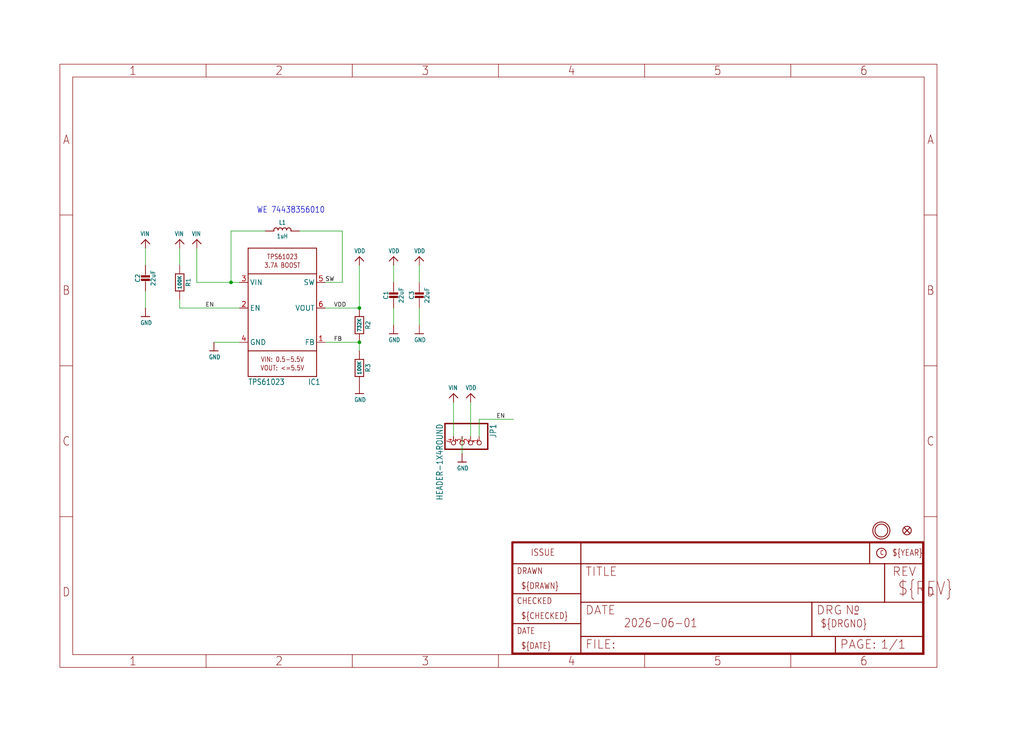
<source format=kicad_sch>
(kicad_sch (version 20250114) (generator "eeschema") (generator_version "9.0")
  (paper "User" 303.962 217.322)
  (lib_symbols
    (symbol "Adafruit TPS61023-eagle-import:CAP_CERAMIC0805-NOOUTLINE"
      (property "Reference" "C" (at -2.29 1.25 90))
      (symbol "CAP_CERAMIC0805-NOOUTLINE_1_0"
        (rectangle (start -1.27 1.524) (end 1.27 2.032) (fill (type outline)))
        (rectangle (start -1.27 0.508) (end 1.27 1.016) (fill (type outline)))
        (polyline (pts (xy 0 2.54) (xy 0 1.778)) (stroke (width 0.1524)))
        (polyline (pts (xy 0 0.762) (xy 0 0)) (stroke (width 0.1524)))
        (pin passive line (at 0 5.08 270) (length 2.54) (name "1") (number "1"))
        (pin passive line (at 0 -2.54 90) (length 2.54) (name "2") (number "2"))
      )
    )
    (symbol "Adafruit TPS61023-eagle-import:FIDUCIAL_1MM"
      (symbol "FIDUCIAL_1MM_1_0"
        (polyline (pts (xy -0.762 0.762) (xy 0.762 -0.762)) (stroke (width 0.254)))
        (circle (center 0 0) (radius 1.27) (stroke (width 0.254)))
        (polyline (pts (xy 0.762 0.762) (xy -0.762 -0.762)) (stroke (width 0.254)))
      )
    )
    (symbol "Adafruit TPS61023-eagle-import:FRAME_A4"
      (symbol "FRAME_A4_1_0"
        (polyline (pts (xy 0 179.07) (xy 260.35 179.07) (xy 260.35 0) (xy 0 0) (xy 0 179.07)))
        (polyline (pts (xy 0 134.3025) (xy 3.81 134.3025)))
        (polyline (pts (xy 0 89.535) (xy 3.81 89.535)))
        (polyline (pts (xy 0 44.7675) (xy 3.81 44.7675)))
        (polyline (pts (xy 3.81 175.26) (xy 3.81 3.81)))
        (polyline (pts (xy 43.3917 179.07) (xy 43.3917 175.26)))
        (polyline (pts (xy 43.3917 3.81) (xy 43.3917 0)))
        (polyline (pts (xy 86.7833 179.07) (xy 86.7833 175.26)))
        (polyline (pts (xy 86.7833 3.81) (xy 86.7833 0)))
        (polyline (pts (xy 130.175 179.07) (xy 130.175 175.26)))
        (polyline (pts (xy 130.175 3.81) (xy 130.175 0)))
        (polyline (pts (xy 173.5667 179.07) (xy 173.5667 175.26)))
        (polyline (pts (xy 173.5667 3.81) (xy 173.5667 0)))
        (polyline (pts (xy 216.9583 179.07) (xy 216.9583 175.26)))
        (polyline (pts (xy 216.9583 3.81) (xy 216.9583 0)))
        (polyline (pts (xy 256.54 175.26) (xy 3.81 175.26)))
        (polyline (pts (xy 256.54 175.26) (xy 256.54 3.81)))
        (polyline (pts (xy 256.54 134.3025) (xy 260.35 134.3025)))
        (polyline (pts (xy 256.54 89.535) (xy 260.35 89.535)))
        (polyline (pts (xy 256.54 44.7675) (xy 260.35 44.7675)))
        (polyline (pts (xy 256.54 19.05) (xy 256.54 36.83)) (stroke (width 0.1016)))
        (polyline (pts (xy 256.54 13.97) (xy 256.54 19.05)) (stroke (width 0.1016)))
        (polyline (pts (xy 256.54 8.89) (xy 256.54 13.97)) (stroke (width 0.1016)))
        (polyline (pts (xy 256.54 3.81) (xy 3.81 3.81)))
        (polyline (pts (xy 256.54 3.81) (xy 256.54 8.89)) (stroke (width 0.1016)))
        (text "A" (at 1.905 156.6863 0) (effects (font (size 2.54 2.286))))
        (text "B" (at 1.905 111.9188 0) (effects (font (size 2.54 2.286))))
        (text "C" (at 1.905 67.1513 0) (effects (font (size 2.54 2.286))))
        (text "D" (at 1.905 22.3838 0) (effects (font (size 2.54 2.286))))
        (text "1" (at 21.6958 177.165 0) (effects (font (size 2.54 2.286))))
        (text "1" (at 21.6958 1.905 0) (effects (font (size 2.54 2.286))))
        (text "2" (at 65.0875 177.165 0) (effects (font (size 2.54 2.286))))
        (text "2" (at 65.0875 1.905 0) (effects (font (size 2.54 2.286))))
        (text "3" (at 108.4792 177.165 0) (effects (font (size 2.54 2.286))))
        (text "3" (at 108.4792 1.905 0) (effects (font (size 2.54 2.286))))
        (text "4" (at 151.8708 177.165 0) (effects (font (size 2.54 2.286))))
        (text "4" (at 151.8708 1.905 0) (effects (font (size 2.54 2.286))))
        (text "5" (at 195.2625 177.165 0) (effects (font (size 2.54 2.286))))
        (text "5" (at 195.2625 1.905 0) (effects (font (size 2.54 2.286))))
        (text "6" (at 238.6542 177.165 0) (effects (font (size 2.54 2.286))))
        (text "6" (at 238.6542 1.905 0) (effects (font (size 2.54 2.286))))
        (text "A" (at 258.445 156.6863 0) (effects (font (size 2.54 2.286))))
        (text "B" (at 258.445 111.9188 0) (effects (font (size 2.54 2.286))))
        (text "C" (at 258.445 67.1513 0) (effects (font (size 2.54 2.286))))
        (text "D" (at 258.445 22.3838 0) (effects (font (size 2.54 2.286))))
      )
      (symbol "FRAME_A4_2_0"
        (polyline (pts (xy -0.3048 34.5948) (xy -0.3048 28.2448)) (stroke (width 0.6096)))
        (polyline (pts (xy -0.3048 28.2448) (xy -0.3048 19.3548)) (stroke (width 0.6096)))
        (polyline (pts (xy -0.3048 28.2448) (xy 20.0152 28.2448)) (stroke (width 0.3048)))
        (polyline (pts (xy -0.3048 19.3548) (xy -0.3048 10.4648)) (stroke (width 0.6096)))
        (polyline (pts (xy -0.3048 19.3548) (xy 20.0152 19.3548)) (stroke (width 0.3048)))
        (polyline (pts (xy -0.3048 10.4648) (xy -0.3048 1.5748)) (stroke (width 0.6096)))
        (polyline (pts (xy -0.3048 10.4648) (xy 20.0152 10.4648)) (stroke (width 0.3048)))
        (polyline (pts (xy -0.3048 1.5748) (xy 20.0152 1.5748)) (stroke (width 0.6096)))
        (polyline (pts (xy 20.0152 34.5948) (xy -0.3048 34.5948)) (stroke (width 0.6096)))
        (polyline (pts (xy 20.0152 28.2448) (xy 20.0152 34.5948)) (stroke (width 0.3048)))
        (polyline (pts (xy 20.0152 28.2448) (xy 105.7402 28.2448)) (stroke (width 0.3048)))
        (polyline (pts (xy 20.0152 19.3548) (xy 20.0152 28.2448)) (stroke (width 0.3048)))
        (polyline (pts (xy 20.0152 16.8148) (xy 20.0152 19.3548)) (stroke (width 0.3048)))
        (polyline (pts (xy 20.0152 10.4648) (xy 20.0152 16.8148)) (stroke (width 0.3048)))
        (polyline (pts (xy 20.0152 6.6548) (xy 20.0152 10.4648)) (stroke (width 0.3048)))
        (polyline (pts (xy 20.0152 6.6548) (xy 88.5952 6.6548)) (stroke (width 0.3048)))
        (polyline (pts (xy 20.0152 1.5748) (xy 20.0152 6.6548)) (stroke (width 0.3048)))
        (polyline (pts (xy 20.0152 1.5748) (xy 95.5802 1.5748)) (stroke (width 0.6096)))
        (polyline (pts (xy 88.5952 16.8148) (xy 20.0152 16.8148)) (stroke (width 0.3048)))
        (polyline (pts (xy 88.5952 16.8148) (xy 88.5952 6.6548)) (stroke (width 0.3048)))
        (polyline (pts (xy 88.5952 6.6548) (xy 95.5802 6.6548)) (stroke (width 0.3048)))
        (polyline (pts (xy 95.5802 6.6548) (xy 95.5802 1.5748)) (stroke (width 0.3048)))
        (polyline (pts (xy 95.5802 6.6548) (xy 121.6152 6.6548)) (stroke (width 0.3048)))
        (polyline (pts (xy 95.5802 1.5748) (xy 121.6152 1.5748)) (stroke (width 0.6096)))
        (polyline (pts (xy 101.2952 13.3223) (xy 102.2477 13.3223)) (stroke (width 0.254)))
        (polyline (pts (xy 105.7402 34.5948) (xy 20.0152 34.5948)) (stroke (width 0.6096)))
        (polyline (pts (xy 105.7402 28.2448) (xy 105.7402 34.5948)) (stroke (width 0.3048)))
        (polyline (pts (xy 105.7402 28.2448) (xy 110.1852 28.2448)) (stroke (width 0.3048)))
        (circle (center 109.2327 31.4198) (radius 1.4199) (stroke (width 0.254)))
        (polyline (pts (xy 110.1852 28.2448) (xy 110.1852 16.8148)) (stroke (width 0.3048)))
        (polyline (pts (xy 110.1852 28.2448) (xy 121.6152 28.2448)) (stroke (width 0.3048)))
        (polyline (pts (xy 110.1852 16.8148) (xy 88.5952 16.8148)) (stroke (width 0.3048)))
        (polyline (pts (xy 121.6152 34.5948) (xy 105.7402 34.5948)) (stroke (width 0.6096)))
        (polyline (pts (xy 121.6152 34.5948) (xy 121.6152 28.2448)) (stroke (width 0.6096)))
        (polyline (pts (xy 121.6152 28.2448) (xy 121.6152 16.8148)) (stroke (width 0.6096)))
        (polyline (pts (xy 121.6152 16.8148) (xy 110.1852 16.8148)) (stroke (width 0.3048)))
        (polyline (pts (xy 121.6152 16.8148) (xy 121.6152 6.6548)) (stroke (width 0.6096)))
        (polyline (pts (xy 121.6152 6.6548) (xy 121.6152 1.5748)) (stroke (width 0.6096)))
        (text "DRAWN" (at 0.9652 25.0698 0) (effects (font (size 1.778 1.5113)) (justify left bottom)))
        (text "CHECKED" (at 0.9652 16.1798 0) (effects (font (size 1.778 1.5113)) (justify left bottom)))
        (text "DATE" (at 0.9652 7.2898 0) (effects (font (size 1.778 1.5113)) (justify left bottom)))
        (text "${DRAWN}" (at 2.2352 20.6248 0) (effects (font (size 1.778 1.5113)) (justify left bottom)))
        (text "${CHECKED}" (at 2.2352 11.7348 0) (effects (font (size 1.778 1.5113)) (justify left bottom)))
        (text "${DATE}" (at 2.2352 2.8448 0) (effects (font (size 1.778 1.5113)) (justify left bottom)))
        (text "ISSUE" (at 5.0927 30.4673 0) (effects (font (size 1.9304 1.6408)) (justify left bottom)))
        (text "TITLE" (at 21.2852 24.4348 0) (effects (font (size 2.54 2.54)) (justify left bottom)))
        (text "DATE" (at 21.2852 13.0048 0) (effects (font (size 2.54 2.54)) (justify left bottom)))
        (text "FILE:" (at 21.2852 2.8448 0) (effects (font (size 2.54 2.54)) (justify left bottom)))
        (text "${COMPANY}" (at 23.349 29.6735 0) (effects (font (size 3.175 2.6987) (thickness 0.5397) (bold yes)) (justify left bottom)))
        (text "${CURRENT_DATE}" (at 32.7152 9.1948 0) (effects (font (size 2.54 2.159)) (justify left bottom)))
        (text "${PROJECTNAME}" (at 33.0327 2.8448 0) (effects (font (size 2.54 2.159)) (justify left bottom)))
        (text "DRG" (at 89.8652 13.0048 0) (effects (font (size 2.54 2.54)) (justify left bottom)))
        (text "${DRGNO}" (at 91.1352 9.1948 0) (effects (font (size 2.1844 1.8567)) (justify left bottom)))
        (text "PAGE:" (at 96.8502 2.8448 0) (effects (font (size 2.54 2.54)) (justify left bottom)))
        (text "N" (at 98.4377 13.0048 0) (effects (font (size 2.54 2.54)) (justify left bottom)))
        (text "o" (at 100.9777 13.9573 0) (effects (font (size 2.1844 1.8567)) (justify left bottom)))
        (text "C" (at 108.7564 30.7848 0) (effects (font (size 1.27 1.0795)) (justify left bottom)))
        (text "${#}/${##}" (at 108.9152 2.8448 0) (effects (font (size 2.54 2.54)) (justify left bottom)))
        (text "${YEAR}" (at 112.4077 30.4673 0) (effects (font (size 1.778 1.5113)) (justify left bottom)))
        (text "REV" (at 112.4077 24.4348 0) (effects (font (size 2.54 2.54)) (justify left bottom)))
        (text "${REV}" (at 113.9952 18.7198 0) (effects (font (size 3.81 3.2385)) (justify left bottom)))
      )
    )
    (symbol "Adafruit TPS61023-eagle-import:GND" (power)
      (symbol "GND_1_0"
        (polyline (pts (xy -1.27 0) (xy 1.27 0)) (stroke (width 0.254)))
        (pin power_in line (at 0 2.54 270) (length 2.54) (name "GND") (number "1"))
      )
    )
    (symbol "Adafruit TPS61023-eagle-import:HEADER-1X4ROUND"
      (property "Reference" "JP" (at -6.35 8.255 0))
      (symbol "HEADER-1X4ROUND_1_0"
        (polyline (pts (xy -6.35 7.62) (xy -6.35 -5.08)) (stroke (width 0.4064)))
        (polyline (pts (xy -6.35 -5.08) (xy 1.27 -5.08)) (stroke (width 0.4064)))
        (polyline (pts (xy 1.27 7.62) (xy -6.35 7.62)) (stroke (width 0.4064)))
        (polyline (pts (xy 1.27 -5.08) (xy 1.27 7.62)) (stroke (width 0.4064)))
        (pin passive inverted (at -2.54 5.08 0) (length 2.54) (name "1") (number "1"))
        (pin passive inverted (at -2.54 2.54 0) (length 2.54) (name "2") (number "2"))
        (pin passive inverted (at -2.54 0 0) (length 2.54) (name "3") (number "3"))
        (pin passive inverted (at -2.54 -2.54 0) (length 2.54) (name "4") (number "4"))
      )
    )
    (symbol "Adafruit TPS61023-eagle-import:INDUCTORTDK_VLC5045"
      (property "Reference" "L" (at 0 2.54 0))
      (symbol "INDUCTORTDK_VLC5045_1_0"
        (polyline (pts (xy -2.54 0.3175) (xy -2.54 0)) (stroke (width 0.254)))
        (arc (start -2.54 0.3175) (mid -1.9049 0.9524) (end -1.27 0.3173) (stroke (width 0.254)))
        (arc (start -1.27 0.3175) (mid -0.6349 0.9524) (end 0 0.3173) (stroke (width 0.254)))
        (arc (start 0 0.3175) (mid 0.6351 0.9524) (end 1.27 0.3173) (stroke (width 0.254)))
        (arc (start 1.27 0.3175) (mid 1.9051 0.9524) (end 2.54 0.3173) (stroke (width 0.254)))
        (polyline (pts (xy 2.54 0.3175) (xy 2.54 0)) (stroke (width 0.254)))
        (pin passive line (at -5.08 0 0) (length 2.54) (name "1") (number "P$1"))
        (pin passive line (at 5.08 0 180) (length 2.54) (name "2") (number "P$2"))
      )
    )
    (symbol "Adafruit TPS61023-eagle-import:MOUNTINGHOLE2.5"
      (symbol "MOUNTINGHOLE2.5_1_0"
        (circle (center 0 0) (radius 1.905) (stroke (width 0.254)))
        (circle (center 0 0) (radius 2.54) (stroke (width 0.254)))
      )
    )
    (symbol "Adafruit TPS61023-eagle-import:RESISTOR_0603_NOOUT"
      (property "Reference" "R" (at 0 2.54 0))
      (symbol "RESISTOR_0603_NOOUT_1_0"
        (polyline (pts (xy -2.54 1.27) (xy 2.54 1.27)) (stroke (width 0.254)))
        (polyline (pts (xy -2.54 -1.27) (xy -2.54 1.27)) (stroke (width 0.254)))
        (polyline (pts (xy 2.54 1.27) (xy 2.54 -1.27)) (stroke (width 0.254)))
        (polyline (pts (xy 2.54 -1.27) (xy -2.54 -1.27)) (stroke (width 0.254)))
        (pin passive line (at -5.08 0 0) (length 2.54) (name "1") (number "1"))
        (pin passive line (at 5.08 0 180) (length 2.54) (name "2") (number "2"))
      )
    )
    (symbol "Adafruit TPS61023-eagle-import:TPS61023"
      (property "Reference" "IC" (at -10.16 22.86 0))
      (symbol "TPS61023_1_0"
        (polyline (pts (xy -10.16 20.32) (xy 10.16 20.32)) (stroke (width 0.254)))
        (polyline (pts (xy -10.16 12.7) (xy -10.16 20.32)) (stroke (width 0.254)))
        (polyline (pts (xy -10.16 12.7) (xy 10.16 12.7)) (stroke (width 0.254)))
        (polyline (pts (xy -10.16 -10.16) (xy -10.16 12.7)) (stroke (width 0.254)))
        (polyline (pts (xy -10.16 -10.16) (xy -10.16 -17.78)) (stroke (width 0.254)))
        (polyline (pts (xy -10.16 -17.78) (xy 10.16 -17.78)) (stroke (width 0.254)))
        (polyline (pts (xy 10.16 20.32) (xy 10.16 12.7)) (stroke (width 0.254)))
        (polyline (pts (xy 10.16 12.7) (xy 10.16 -10.16)) (stroke (width 0.254)))
        (polyline (pts (xy 10.16 -10.16) (xy -10.16 -10.16)) (stroke (width 0.254)))
        (polyline (pts (xy 10.16 -17.78) (xy 10.16 -10.16)) (stroke (width 0.254)))
        (text "TPS61023" (at 0 17.78 0) (effects (font (size 1.4224 1.209))))
        (text "3.7A BOOST" (at 0 15.24 0) (effects (font (size 1.4224 1.209))))
        (text "VIN: 0.5-5.5V" (at 0 -12.7 0) (effects (font (size 1.4224 1.209))))
        (text "VOUT: <=5.5V" (at 0 -15.24 0) (effects (font (size 1.4224 1.209))))
        (pin power_in line (at -12.7 10.16 0) (length 2.54) (name "VIN") (number "3"))
        (pin input line (at -12.7 2.54 0) (length 2.54) (name "EN") (number "2"))
        (pin power_in line (at -12.7 -7.62 0) (length 2.54) (name "GND") (number "4"))
        (pin input line (at 12.7 10.16 180) (length 2.54) (name "SW") (number "5"))
        (pin power_in line (at 12.7 2.54 180) (length 2.54) (name "VOUT") (number "6"))
        (pin input line (at 12.7 -7.62 180) (length 2.54) (name "FB") (number "1"))
      )
    )
    (symbol "Adafruit TPS61023-eagle-import:VDD" (power)
      (symbol "VDD_1_0"
        (polyline (pts (xy -1.27 -1.27) (xy 0 0)) (stroke (width 0.254)))
        (polyline (pts (xy 0 0) (xy 1.27 -1.27)) (stroke (width 0.254)))
        (pin power_in line (at 0 -2.54 90) (length 2.54) (name "VDD") (number "1"))
      )
    )
    (symbol "Adafruit TPS61023-eagle-import:VIN" (power)
      (symbol "VIN_1_0"
        (polyline (pts (xy -1.27 -1.27) (xy 0 0)) (stroke (width 0.254)))
        (polyline (pts (xy 0 0) (xy 1.27 -1.27)) (stroke (width 0.254)))
        (pin power_in line (at 0 -2.54 90) (length 2.54) (name "VIN") (number "1"))
      )
    )
  )
  (text "WE 74438356010" (at 76.2 63.5 0) (effects (font (size 1.778 1.5113)) (justify left bottom)))
  (junction (at 68.58 83.82))
  (junction (at 106.68 101.6))
  (junction (at 106.68 91.44))
  (wire (pts (xy 134.62 119.38) (xy 134.62 129.54)) (stroke (width 0.1524)))
  (wire (pts (xy 101.6 68.58) (xy 88.9 68.58)) (stroke (width 0.1524)))
  (wire (pts (xy 58.42 73.66) (xy 58.42 83.82)) (stroke (width 0.1524)))
  (wire (pts (xy 106.68 101.6) (xy 106.68 104.14)) (stroke (width 0.1524)))
  (wire (pts (xy 53.34 78.74) (xy 53.34 73.66)) (stroke (width 0.1524)))
  (wire (pts (xy 43.18 73.66) (xy 43.18 78.74)) (stroke (width 0.1524)))
  (wire (pts (xy 96.52 83.82) (xy 101.6 83.82)) (stroke (width 0.1524)))
  (wire (pts (xy 58.42 83.82) (xy 68.58 83.82)) (stroke (width 0.1524)))
  (wire (pts (xy 116.84 91.44) (xy 116.84 96.52)) (stroke (width 0.1524)))
  (wire (pts (xy 71.12 91.44) (xy 53.34 91.44)) (stroke (width 0.1524)))
  (wire (pts (xy 53.34 91.44) (xy 53.34 88.9)) (stroke (width 0.1524)))
  (wire (pts (xy 116.84 78.74) (xy 116.84 83.82)) (stroke (width 0.1524)))
  (wire (pts (xy 106.68 91.44) (xy 96.52 91.44)) (stroke (width 0.1524)))
  (wire (pts (xy 139.7 119.38) (xy 139.7 129.54)) (stroke (width 0.1524)))
  (wire (pts (xy 68.58 83.82) (xy 71.12 83.82)) (stroke (width 0.1524)))
  (wire (pts (xy 101.6 83.82) (xy 101.6 68.58)) (stroke (width 0.1524)))
  (wire (pts (xy 137.16 129.54) (xy 137.16 134.62)) (stroke (width 0.1524)))
  (wire (pts (xy 152.4 124.46) (xy 142.24 124.46)) (stroke (width 0.1524)))
  (wire (pts (xy 68.58 83.82) (xy 68.58 68.58)) (stroke (width 0.1524)))
  (wire (pts (xy 78.74 68.58) (xy 68.58 68.58)) (stroke (width 0.1524)))
  (wire (pts (xy 142.24 129.54) (xy 142.24 124.46)) (stroke (width 0.1524)))
  (wire (pts (xy 106.68 78.74) (xy 106.68 91.44)) (stroke (width 0.1524)))
  (wire (pts (xy 124.46 91.44) (xy 124.46 96.52)) (stroke (width 0.1524)))
  (wire (pts (xy 96.52 101.6) (xy 106.68 101.6)) (stroke (width 0.1524)))
  (wire (pts (xy 124.46 78.74) (xy 124.46 83.82)) (stroke (width 0.1524)))
  (wire (pts (xy 43.18 86.36) (xy 43.18 91.44)) (stroke (width 0.1524)))
  (wire (pts (xy 71.12 101.6) (xy 63.5 101.6)) (stroke (width 0.1524)))
  (label "FB" (at 99.06 101.6 0) (effects (font (size 1.2446 1.2446))))
  (label "VDD" (at 99.06 91.44 0) (effects (font (size 1.2446 1.2446))))
  (label "SW" (at 96.52 83.82 0) (effects (font (size 1.2446 1.2446))))
  (label "EN" (at 147.32 124.46 0) (effects (font (size 1.2446 1.2446))))
  (label "EN" (at 60.96 91.44 0) (effects (font (size 1.2446 1.2446))))
  (symbol (lib_id "Adafruit TPS61023-eagle-import:VIN") (at 58.42 71.12 0) (unit 1)
    (property "Reference" "#U$14" (effects (hide yes)))
    (property "Value" "VIN" (at 56.896 70.104 0) (effects (font (size 1.27 1.0795)) (justify left bottom)))
  )
  (symbol (lib_id "Adafruit TPS61023-eagle-import:VDD") (at 139.7 116.84 0) (unit 1)
    (property "Reference" "#U$7" (effects (hide yes)))
    (property "Value" "VDD" (at 138.176 115.824 0) (effects (font (size 1.27 1.0795)) (justify left bottom)))
  )
  (symbol (lib_id "Adafruit TPS61023-eagle-import:VDD") (at 124.46 76.2 0) (unit 1)
    (property "Reference" "#U$16" (effects (hide yes)))
    (property "Value" "VDD" (at 122.936 75.184 0) (effects (font (size 1.27 1.0795)) (justify left bottom)))
  )
  (symbol (lib_id "Adafruit TPS61023-eagle-import:INDUCTORTDK_VLC5045") (at 83.82 68.58 0) (unit 1)
    (property "Reference" "L1" (at 83.82 66.04 0) (effects (font (size 1.27 1.0795))))
    (property "Value" "1uH" (at 83.82 70.12 0) (effects (font (size 1.27 1.0795))))
    (property "Footprint" "Adafruit TPS61023:INDUCTOR_5X5MM_TDK_VLC5045" (effects (hide yes)))
  )
  (symbol (lib_id "Adafruit TPS61023-eagle-import:CAP_CERAMIC0805-NOOUTLINE") (at 124.46 88.9 0) (unit 1)
    (property "Reference" "C3" (at 122.17 87.65 90))
    (property "Value" "22uF" (at 126.76 87.65 90))
    (property "Footprint" "Adafruit TPS61023:0805-NO" (effects (hide yes)))
  )
  (symbol (lib_id "Adafruit TPS61023-eagle-import:HEADER-1X4ROUND") (at 137.16 132.08 270) (unit 1)
    (property "Reference" "JP1" (at 145.415 125.73 0) (effects (font (size 1.778 1.5113)) (justify left bottom)))
    (property "Value" "HEADER-1X4ROUND" (at 129.54 125.73 0) (effects (font (size 1.778 1.5113)) (justify left bottom)))
    (property "Footprint" "Adafruit TPS61023:1X04_ROUND" (effects (hide yes)))
  )
  (symbol (lib_id "Adafruit TPS61023-eagle-import:VIN") (at 134.62 116.84 0) (unit 1)
    (property "Reference" "#U$6" (effects (hide yes)))
    (property "Value" "VIN" (at 133.096 115.824 0) (effects (font (size 1.27 1.0795)) (justify left bottom)))
  )
  (symbol (lib_id "Adafruit TPS61023-eagle-import:GND") (at 106.68 116.84 0) (unit 1)
    (property "Reference" "#U$5" (effects (hide yes)))
    (property "Value" "GND" (at 105.156 119.38 0) (effects (font (size 1.27 1.0795)) (justify left bottom)))
  )
  (symbol (lib_id "Adafruit TPS61023-eagle-import:GND") (at 137.16 137.16 0) (unit 1)
    (property "Reference" "#U$8" (effects (hide yes)))
    (property "Value" "GND" (at 135.636 139.7 0) (effects (font (size 1.27 1.0795)) (justify left bottom)))
  )
  (symbol (lib_id "Adafruit TPS61023-eagle-import:TPS61023") (at 83.82 93.98 0) (unit 1)
    (property "Reference" "IC1" (at 91.44 114.3 0) (effects (font (size 1.6764 1.4249)) (justify left bottom)))
    (property "Value" "TPS61023" (at 73.66 114.3 0) (effects (font (size 1.6764 1.4249)) (justify left bottom)))
    (property "Footprint" "Adafruit TPS61023:SOT563" (effects (hide yes)))
  )
  (symbol (lib_id "Adafruit TPS61023-eagle-import:CAP_CERAMIC0805-NOOUTLINE") (at 116.84 88.9 0) (unit 1)
    (property "Reference" "C1" (at 114.55 87.65 90))
    (property "Value" "22uF" (at 119.14 87.65 90))
    (property "Footprint" "Adafruit TPS61023:0805-NO" (effects (hide yes)))
  )
  (symbol (lib_id "Adafruit TPS61023-eagle-import:FRAME_A4") (at 17.78 198.12 0) (unit 1)
    (property "Reference" "#FRAME1" (effects (hide yes)))
    (property "Value" "FRAME_A4" (effects (hide yes)))
  )
  (symbol (lib_id "Adafruit TPS61023-eagle-import:MOUNTINGHOLE2.5") (at 261.62 157.48 0) (unit 1)
    (property "Reference" "U$9" (effects (hide yes)))
    (property "Value" "MOUNTINGHOLE2.5" (effects (hide yes)))
    (property "Footprint" "Adafruit TPS61023:MOUNTINGHOLE_2.5_PLATED" (effects (hide yes)))
  )
  (symbol (lib_id "Adafruit TPS61023-eagle-import:FRAME_A4") (at 152.4 195.58 0) (unit 2)
    (property "Reference" "#FRAME1" (effects (hide yes)))
    (property "Value" "FRAME_A4" (effects (hide yes)))
  )
  (symbol (lib_id "Adafruit TPS61023-eagle-import:VDD") (at 116.84 76.2 0) (unit 1)
    (property "Reference" "#U$2" (effects (hide yes)))
    (property "Value" "VDD" (at 115.316 75.184 0) (effects (font (size 1.27 1.0795)) (justify left bottom)))
  )
  (symbol (lib_id "Adafruit TPS61023-eagle-import:VDD") (at 106.68 76.2 0) (unit 1)
    (property "Reference" "#U$15" (effects (hide yes)))
    (property "Value" "VDD" (at 105.156 75.184 0) (effects (font (size 1.27 1.0795)) (justify left bottom)))
  )
  (symbol (lib_id "Adafruit TPS61023-eagle-import:FIDUCIAL_1MM") (at 269.24 157.48 0) (unit 1)
    (property "Reference" "FID1" (effects (hide yes)))
    (property "Value" "FIDUCIAL_1MM" (effects (hide yes)))
    (property "Footprint" "Adafruit TPS61023:FIDUCIAL_1MM" (effects (hide yes)))
  )
  (symbol (lib_id "Adafruit TPS61023-eagle-import:VIN") (at 43.18 71.12 0) (unit 1)
    (property "Reference" "#U$4" (effects (hide yes)))
    (property "Value" "VIN" (at 41.656 70.104 0) (effects (font (size 1.27 1.0795)) (justify left bottom)))
  )
  (symbol (lib_id "Adafruit TPS61023-eagle-import:GND") (at 124.46 99.06 0) (unit 1)
    (property "Reference" "#U$17" (effects (hide yes)))
    (property "Value" "GND" (at 122.936 101.6 0) (effects (font (size 1.27 1.0795)) (justify left bottom)))
  )
  (symbol (lib_id "Adafruit TPS61023-eagle-import:GND") (at 43.18 93.98 0) (unit 1)
    (property "Reference" "#U$3" (effects (hide yes)))
    (property "Value" "GND" (at 41.656 96.52 0) (effects (font (size 1.27 1.0795)) (justify left bottom)))
  )
  (symbol (lib_id "Adafruit TPS61023-eagle-import:GND") (at 63.5 104.14 0) (unit 1)
    (property "Reference" "#U$13" (effects (hide yes)))
    (property "Value" "GND" (at 61.976 106.68 0) (effects (font (size 1.27 1.0795)) (justify left bottom)))
  )
  (symbol (lib_id "Adafruit TPS61023-eagle-import:RESISTOR_0603_NOOUT") (at 53.34 83.82 270) (unit 1)
    (property "Reference" "R1" (at 55.88 83.82 0))
    (property "Value" "100K" (at 53.34 83.82 0) (effects (font (size 1.016 1.016) (thickness 0.2032) (bold yes))))
    (property "Footprint" "Adafruit TPS61023:0603-NO" (effects (hide yes)))
  )
  (symbol (lib_id "Adafruit TPS61023-eagle-import:VIN") (at 53.34 71.12 0) (unit 1)
    (property "Reference" "#U$12" (effects (hide yes)))
    (property "Value" "VIN" (at 51.816 70.104 0) (effects (font (size 1.27 1.0795)) (justify left bottom)))
  )
  (symbol (lib_id "Adafruit TPS61023-eagle-import:GND") (at 116.84 99.06 0) (unit 1)
    (property "Reference" "#U$1" (effects (hide yes)))
    (property "Value" "GND" (at 115.316 101.6 0) (effects (font (size 1.27 1.0795)) (justify left bottom)))
  )
  (symbol (lib_id "Adafruit TPS61023-eagle-import:RESISTOR_0603_NOOUT") (at 106.68 109.22 270) (unit 1)
    (property "Reference" "R3" (at 109.22 109.22 0))
    (property "Value" "100K" (at 106.68 109.22 0) (effects (font (size 1.016 1.016) (thickness 0.2032) (bold yes))))
    (property "Footprint" "Adafruit TPS61023:0603-NO" (effects (hide yes)))
  )
  (symbol (lib_id "Adafruit TPS61023-eagle-import:CAP_CERAMIC0805-NOOUTLINE") (at 43.18 83.82 0) (unit 1)
    (property "Reference" "C2" (at 40.89 82.57 90))
    (property "Value" "22uF" (at 45.48 82.57 90))
    (property "Footprint" "Adafruit TPS61023:0805-NO" (effects (hide yes)))
  )
  (symbol (lib_id "Adafruit TPS61023-eagle-import:RESISTOR_0603_NOOUT") (at 106.68 96.52 270) (unit 1)
    (property "Reference" "R2" (at 109.22 96.52 0))
    (property "Value" "732K" (at 106.68 96.52 0) (effects (font (size 1.016 1.016) (thickness 0.2032) (bold yes))))
    (property "Footprint" "Adafruit TPS61023:0603-NO" (effects (hide yes)))
  )
)
</source>
